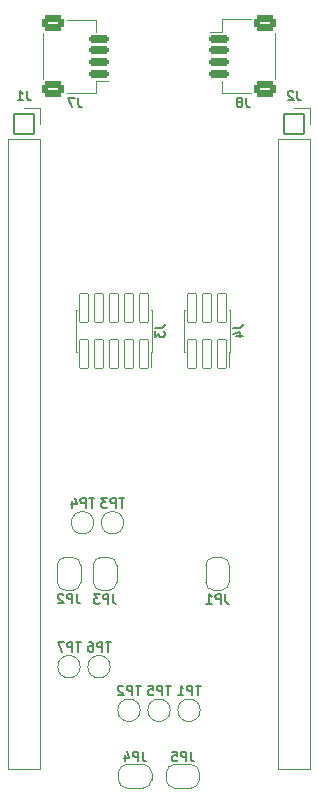
<source format=gbo>
G04 #@! TF.GenerationSoftware,KiCad,Pcbnew,8.99.0-1829-g5db4d10c86*
G04 #@! TF.CreationDate,2024-08-04T21:37:52+02:00*
G04 #@! TF.ProjectId,fiit-esp32-kit-pcb,66696974-2d65-4737-9033-322d6b69742d,0.1*
G04 #@! TF.SameCoordinates,Original*
G04 #@! TF.FileFunction,Legend,Bot*
G04 #@! TF.FilePolarity,Positive*
%FSLAX46Y46*%
G04 Gerber Fmt 4.6, Leading zero omitted, Abs format (unit mm)*
G04 Created by KiCad (PCBNEW 8.99.0-1829-g5db4d10c86) date 2024-08-04 21:37:52*
%MOMM*%
%LPD*%
G01*
G04 APERTURE LIST*
G04 Aperture macros list*
%AMRoundRect*
0 Rectangle with rounded corners*
0 $1 Rounding radius*
0 $2 $3 $4 $5 $6 $7 $8 $9 X,Y pos of 4 corners*
0 Add a 4 corners polygon primitive as box body*
4,1,4,$2,$3,$4,$5,$6,$7,$8,$9,$2,$3,0*
0 Add four circle primitives for the rounded corners*
1,1,$1+$1,$2,$3*
1,1,$1+$1,$4,$5*
1,1,$1+$1,$6,$7*
1,1,$1+$1,$8,$9*
0 Add four rect primitives between the rounded corners*
20,1,$1+$1,$2,$3,$4,$5,0*
20,1,$1+$1,$4,$5,$6,$7,0*
20,1,$1+$1,$6,$7,$8,$9,0*
20,1,$1+$1,$8,$9,$2,$3,0*%
%AMFreePoly0*
4,1,35,0.535355,0.785355,0.550000,0.750000,0.550000,-0.750000,0.535355,-0.785355,0.500000,-0.800000,0.000000,-0.800000,-0.012286,-0.794911,-0.071157,-0.794911,-0.085244,-0.792886,-0.221795,-0.752791,-0.234740,-0.746879,-0.354462,-0.669938,-0.365217,-0.660618,-0.458414,-0.553063,-0.466109,-0.541091,-0.525228,-0.411637,-0.529237,-0.397982,-0.549491,-0.257116,-0.550000,-0.250000,-0.550000,0.250000,
-0.549491,0.257116,-0.529237,0.397982,-0.525228,0.411637,-0.466109,0.541091,-0.458414,0.553063,-0.365217,0.660618,-0.354462,0.669938,-0.234740,0.746879,-0.221795,0.752791,-0.085244,0.792886,-0.071157,0.794911,-0.012286,0.794911,0.000000,0.800000,0.500000,0.800000,0.535355,0.785355,0.535355,0.785355,$1*%
%AMFreePoly1*
4,1,35,0.012286,0.794911,0.071157,0.794911,0.085244,0.792886,0.221795,0.752791,0.234740,0.746879,0.354462,0.669938,0.365217,0.660618,0.458414,0.553063,0.466109,0.541091,0.525228,0.411637,0.529237,0.397982,0.549491,0.257116,0.550000,0.250000,0.550000,-0.250000,0.549491,-0.257116,0.529237,-0.397982,0.525228,-0.411637,0.466109,-0.541091,0.458414,-0.553063,0.365217,-0.660618,
0.354462,-0.669938,0.234740,-0.746879,0.221795,-0.752791,0.085244,-0.792886,0.071157,-0.794911,0.012286,-0.794911,0.000000,-0.800000,-0.500000,-0.800000,-0.535355,-0.785355,-0.550000,-0.750000,-0.550000,0.750000,-0.535355,0.785355,-0.500000,0.800000,0.000000,0.800000,0.012286,0.794911,0.012286,0.794911,$1*%
G04 Aperture macros list end*
%ADD10C,0.150000*%
%ADD11C,0.120000*%
%ADD12C,0.750000*%
%ADD13O,1.100000X2.200000*%
%ADD14O,1.100000X1.900000*%
%ADD15RoundRect,0.050000X0.850000X0.850000X-0.850000X0.850000X-0.850000X-0.850000X0.850000X-0.850000X0*%
%ADD16O,1.800000X1.800000*%
%ADD17FreePoly0,270.000000*%
%ADD18FreePoly1,270.000000*%
%ADD19FreePoly0,180.000000*%
%ADD20FreePoly1,180.000000*%
%ADD21RoundRect,0.050000X0.370000X-1.200000X0.370000X1.200000X-0.370000X1.200000X-0.370000X-1.200000X0*%
%ADD22RoundRect,0.175000X-0.650000X0.175000X-0.650000X-0.175000X0.650000X-0.175000X0.650000X0.175000X0*%
%ADD23RoundRect,0.270833X-0.679167X0.379167X-0.679167X-0.379167X0.679167X-0.379167X0.679167X0.379167X0*%
%ADD24RoundRect,0.175000X0.650000X-0.175000X0.650000X0.175000X-0.650000X0.175000X-0.650000X-0.175000X0*%
%ADD25RoundRect,0.270833X0.679167X-0.379167X0.679167X0.379167X-0.679167X0.379167X-0.679167X-0.379167X0*%
%ADD26C,1.600000*%
%ADD27FreePoly0,0.000000*%
%ADD28FreePoly1,0.000000*%
G04 APERTURE END LIST*
D10*
X219396666Y-55542295D02*
X219396666Y-56113723D01*
X219396666Y-56113723D02*
X219434761Y-56228009D01*
X219434761Y-56228009D02*
X219510952Y-56304200D01*
X219510952Y-56304200D02*
X219625237Y-56342295D01*
X219625237Y-56342295D02*
X219701428Y-56342295D01*
X219053809Y-55618485D02*
X219015713Y-55580390D01*
X219015713Y-55580390D02*
X218939523Y-55542295D01*
X218939523Y-55542295D02*
X218749047Y-55542295D01*
X218749047Y-55542295D02*
X218672856Y-55580390D01*
X218672856Y-55580390D02*
X218634761Y-55618485D01*
X218634761Y-55618485D02*
X218596666Y-55694676D01*
X218596666Y-55694676D02*
X218596666Y-55770866D01*
X218596666Y-55770866D02*
X218634761Y-55885152D01*
X218634761Y-55885152D02*
X219091904Y-56342295D01*
X219091904Y-56342295D02*
X218596666Y-56342295D01*
X200746666Y-98116295D02*
X200746666Y-98687723D01*
X200746666Y-98687723D02*
X200784761Y-98802009D01*
X200784761Y-98802009D02*
X200860952Y-98878200D01*
X200860952Y-98878200D02*
X200975237Y-98916295D01*
X200975237Y-98916295D02*
X201051428Y-98916295D01*
X200365713Y-98916295D02*
X200365713Y-98116295D01*
X200365713Y-98116295D02*
X200060951Y-98116295D01*
X200060951Y-98116295D02*
X199984761Y-98154390D01*
X199984761Y-98154390D02*
X199946666Y-98192485D01*
X199946666Y-98192485D02*
X199908570Y-98268676D01*
X199908570Y-98268676D02*
X199908570Y-98382961D01*
X199908570Y-98382961D02*
X199946666Y-98459152D01*
X199946666Y-98459152D02*
X199984761Y-98497247D01*
X199984761Y-98497247D02*
X200060951Y-98535342D01*
X200060951Y-98535342D02*
X200365713Y-98535342D01*
X199603809Y-98192485D02*
X199565713Y-98154390D01*
X199565713Y-98154390D02*
X199489523Y-98116295D01*
X199489523Y-98116295D02*
X199299047Y-98116295D01*
X199299047Y-98116295D02*
X199222856Y-98154390D01*
X199222856Y-98154390D02*
X199184761Y-98192485D01*
X199184761Y-98192485D02*
X199146666Y-98268676D01*
X199146666Y-98268676D02*
X199146666Y-98344866D01*
X199146666Y-98344866D02*
X199184761Y-98459152D01*
X199184761Y-98459152D02*
X199641904Y-98916295D01*
X199641904Y-98916295D02*
X199146666Y-98916295D01*
X210383666Y-111466295D02*
X210383666Y-112037723D01*
X210383666Y-112037723D02*
X210421761Y-112152009D01*
X210421761Y-112152009D02*
X210497952Y-112228200D01*
X210497952Y-112228200D02*
X210612237Y-112266295D01*
X210612237Y-112266295D02*
X210688428Y-112266295D01*
X210002713Y-112266295D02*
X210002713Y-111466295D01*
X210002713Y-111466295D02*
X209697951Y-111466295D01*
X209697951Y-111466295D02*
X209621761Y-111504390D01*
X209621761Y-111504390D02*
X209583666Y-111542485D01*
X209583666Y-111542485D02*
X209545570Y-111618676D01*
X209545570Y-111618676D02*
X209545570Y-111732961D01*
X209545570Y-111732961D02*
X209583666Y-111809152D01*
X209583666Y-111809152D02*
X209621761Y-111847247D01*
X209621761Y-111847247D02*
X209697951Y-111885342D01*
X209697951Y-111885342D02*
X210002713Y-111885342D01*
X208821761Y-111466295D02*
X209202713Y-111466295D01*
X209202713Y-111466295D02*
X209240809Y-111847247D01*
X209240809Y-111847247D02*
X209202713Y-111809152D01*
X209202713Y-111809152D02*
X209126523Y-111771057D01*
X209126523Y-111771057D02*
X208936047Y-111771057D01*
X208936047Y-111771057D02*
X208859856Y-111809152D01*
X208859856Y-111809152D02*
X208821761Y-111847247D01*
X208821761Y-111847247D02*
X208783666Y-111923438D01*
X208783666Y-111923438D02*
X208783666Y-112113914D01*
X208783666Y-112113914D02*
X208821761Y-112190104D01*
X208821761Y-112190104D02*
X208859856Y-112228200D01*
X208859856Y-112228200D02*
X208936047Y-112266295D01*
X208936047Y-112266295D02*
X209126523Y-112266295D01*
X209126523Y-112266295D02*
X209202713Y-112228200D01*
X209202713Y-112228200D02*
X209240809Y-112190104D01*
X213993295Y-75569333D02*
X214564723Y-75569333D01*
X214564723Y-75569333D02*
X214679009Y-75531238D01*
X214679009Y-75531238D02*
X214755200Y-75455047D01*
X214755200Y-75455047D02*
X214793295Y-75340762D01*
X214793295Y-75340762D02*
X214793295Y-75264571D01*
X214259961Y-76293143D02*
X214793295Y-76293143D01*
X213955200Y-76102667D02*
X214526628Y-75912190D01*
X214526628Y-75912190D02*
X214526628Y-76407429D01*
X215078666Y-56094295D02*
X215078666Y-56665723D01*
X215078666Y-56665723D02*
X215116761Y-56780009D01*
X215116761Y-56780009D02*
X215192952Y-56856200D01*
X215192952Y-56856200D02*
X215307237Y-56894295D01*
X215307237Y-56894295D02*
X215383428Y-56894295D01*
X214583428Y-56437152D02*
X214659618Y-56399057D01*
X214659618Y-56399057D02*
X214697713Y-56360961D01*
X214697713Y-56360961D02*
X214735809Y-56284771D01*
X214735809Y-56284771D02*
X214735809Y-56246676D01*
X214735809Y-56246676D02*
X214697713Y-56170485D01*
X214697713Y-56170485D02*
X214659618Y-56132390D01*
X214659618Y-56132390D02*
X214583428Y-56094295D01*
X214583428Y-56094295D02*
X214431047Y-56094295D01*
X214431047Y-56094295D02*
X214354856Y-56132390D01*
X214354856Y-56132390D02*
X214316761Y-56170485D01*
X214316761Y-56170485D02*
X214278666Y-56246676D01*
X214278666Y-56246676D02*
X214278666Y-56284771D01*
X214278666Y-56284771D02*
X214316761Y-56360961D01*
X214316761Y-56360961D02*
X214354856Y-56399057D01*
X214354856Y-56399057D02*
X214431047Y-56437152D01*
X214431047Y-56437152D02*
X214583428Y-56437152D01*
X214583428Y-56437152D02*
X214659618Y-56475247D01*
X214659618Y-56475247D02*
X214697713Y-56513342D01*
X214697713Y-56513342D02*
X214735809Y-56589533D01*
X214735809Y-56589533D02*
X214735809Y-56741914D01*
X214735809Y-56741914D02*
X214697713Y-56818104D01*
X214697713Y-56818104D02*
X214659618Y-56856200D01*
X214659618Y-56856200D02*
X214583428Y-56894295D01*
X214583428Y-56894295D02*
X214431047Y-56894295D01*
X214431047Y-56894295D02*
X214354856Y-56856200D01*
X214354856Y-56856200D02*
X214316761Y-56818104D01*
X214316761Y-56818104D02*
X214278666Y-56741914D01*
X214278666Y-56741914D02*
X214278666Y-56589533D01*
X214278666Y-56589533D02*
X214316761Y-56513342D01*
X214316761Y-56513342D02*
X214354856Y-56475247D01*
X214354856Y-56475247D02*
X214431047Y-56437152D01*
X200854666Y-56094295D02*
X200854666Y-56665723D01*
X200854666Y-56665723D02*
X200892761Y-56780009D01*
X200892761Y-56780009D02*
X200968952Y-56856200D01*
X200968952Y-56856200D02*
X201083237Y-56894295D01*
X201083237Y-56894295D02*
X201159428Y-56894295D01*
X200549904Y-56094295D02*
X200016570Y-56094295D01*
X200016570Y-56094295D02*
X200359428Y-56894295D01*
X213319666Y-98131295D02*
X213319666Y-98702723D01*
X213319666Y-98702723D02*
X213357761Y-98817009D01*
X213357761Y-98817009D02*
X213433952Y-98893200D01*
X213433952Y-98893200D02*
X213548237Y-98931295D01*
X213548237Y-98931295D02*
X213624428Y-98931295D01*
X212938713Y-98931295D02*
X212938713Y-98131295D01*
X212938713Y-98131295D02*
X212633951Y-98131295D01*
X212633951Y-98131295D02*
X212557761Y-98169390D01*
X212557761Y-98169390D02*
X212519666Y-98207485D01*
X212519666Y-98207485D02*
X212481570Y-98283676D01*
X212481570Y-98283676D02*
X212481570Y-98397961D01*
X212481570Y-98397961D02*
X212519666Y-98474152D01*
X212519666Y-98474152D02*
X212557761Y-98512247D01*
X212557761Y-98512247D02*
X212633951Y-98550342D01*
X212633951Y-98550342D02*
X212938713Y-98550342D01*
X211719666Y-98931295D02*
X212176809Y-98931295D01*
X211948237Y-98931295D02*
X211948237Y-98131295D01*
X211948237Y-98131295D02*
X212024428Y-98245580D01*
X212024428Y-98245580D02*
X212100618Y-98321771D01*
X212100618Y-98321771D02*
X212176809Y-98359866D01*
X203794666Y-98131295D02*
X203794666Y-98702723D01*
X203794666Y-98702723D02*
X203832761Y-98817009D01*
X203832761Y-98817009D02*
X203908952Y-98893200D01*
X203908952Y-98893200D02*
X204023237Y-98931295D01*
X204023237Y-98931295D02*
X204099428Y-98931295D01*
X203413713Y-98931295D02*
X203413713Y-98131295D01*
X203413713Y-98131295D02*
X203108951Y-98131295D01*
X203108951Y-98131295D02*
X203032761Y-98169390D01*
X203032761Y-98169390D02*
X202994666Y-98207485D01*
X202994666Y-98207485D02*
X202956570Y-98283676D01*
X202956570Y-98283676D02*
X202956570Y-98397961D01*
X202956570Y-98397961D02*
X202994666Y-98474152D01*
X202994666Y-98474152D02*
X203032761Y-98512247D01*
X203032761Y-98512247D02*
X203108951Y-98550342D01*
X203108951Y-98550342D02*
X203413713Y-98550342D01*
X202689904Y-98131295D02*
X202194666Y-98131295D01*
X202194666Y-98131295D02*
X202461332Y-98436057D01*
X202461332Y-98436057D02*
X202347047Y-98436057D01*
X202347047Y-98436057D02*
X202270856Y-98474152D01*
X202270856Y-98474152D02*
X202232761Y-98512247D01*
X202232761Y-98512247D02*
X202194666Y-98588438D01*
X202194666Y-98588438D02*
X202194666Y-98778914D01*
X202194666Y-98778914D02*
X202232761Y-98855104D01*
X202232761Y-98855104D02*
X202270856Y-98893200D01*
X202270856Y-98893200D02*
X202347047Y-98931295D01*
X202347047Y-98931295D02*
X202575618Y-98931295D01*
X202575618Y-98931295D02*
X202651809Y-98893200D01*
X202651809Y-98893200D02*
X202689904Y-98855104D01*
X202232523Y-90006295D02*
X201775380Y-90006295D01*
X202003952Y-90806295D02*
X202003952Y-90006295D01*
X201508713Y-90806295D02*
X201508713Y-90006295D01*
X201508713Y-90006295D02*
X201203951Y-90006295D01*
X201203951Y-90006295D02*
X201127761Y-90044390D01*
X201127761Y-90044390D02*
X201089666Y-90082485D01*
X201089666Y-90082485D02*
X201051570Y-90158676D01*
X201051570Y-90158676D02*
X201051570Y-90272961D01*
X201051570Y-90272961D02*
X201089666Y-90349152D01*
X201089666Y-90349152D02*
X201127761Y-90387247D01*
X201127761Y-90387247D02*
X201203951Y-90425342D01*
X201203951Y-90425342D02*
X201508713Y-90425342D01*
X200365856Y-90272961D02*
X200365856Y-90806295D01*
X200556332Y-89968200D02*
X200746809Y-90539628D01*
X200746809Y-90539628D02*
X200251570Y-90539628D01*
X207389295Y-75569333D02*
X207960723Y-75569333D01*
X207960723Y-75569333D02*
X208075009Y-75531238D01*
X208075009Y-75531238D02*
X208151200Y-75455047D01*
X208151200Y-75455047D02*
X208189295Y-75340762D01*
X208189295Y-75340762D02*
X208189295Y-75264571D01*
X207389295Y-75874095D02*
X207389295Y-76369333D01*
X207389295Y-76369333D02*
X207694057Y-76102667D01*
X207694057Y-76102667D02*
X207694057Y-76216952D01*
X207694057Y-76216952D02*
X207732152Y-76293143D01*
X207732152Y-76293143D02*
X207770247Y-76331238D01*
X207770247Y-76331238D02*
X207846438Y-76369333D01*
X207846438Y-76369333D02*
X208036914Y-76369333D01*
X208036914Y-76369333D02*
X208113104Y-76331238D01*
X208113104Y-76331238D02*
X208151200Y-76293143D01*
X208151200Y-76293143D02*
X208189295Y-76216952D01*
X208189295Y-76216952D02*
X208189295Y-75988381D01*
X208189295Y-75988381D02*
X208151200Y-75912190D01*
X208151200Y-75912190D02*
X208113104Y-75874095D01*
X206334666Y-111466295D02*
X206334666Y-112037723D01*
X206334666Y-112037723D02*
X206372761Y-112152009D01*
X206372761Y-112152009D02*
X206448952Y-112228200D01*
X206448952Y-112228200D02*
X206563237Y-112266295D01*
X206563237Y-112266295D02*
X206639428Y-112266295D01*
X205953713Y-112266295D02*
X205953713Y-111466295D01*
X205953713Y-111466295D02*
X205648951Y-111466295D01*
X205648951Y-111466295D02*
X205572761Y-111504390D01*
X205572761Y-111504390D02*
X205534666Y-111542485D01*
X205534666Y-111542485D02*
X205496570Y-111618676D01*
X205496570Y-111618676D02*
X205496570Y-111732961D01*
X205496570Y-111732961D02*
X205534666Y-111809152D01*
X205534666Y-111809152D02*
X205572761Y-111847247D01*
X205572761Y-111847247D02*
X205648951Y-111885342D01*
X205648951Y-111885342D02*
X205953713Y-111885342D01*
X204810856Y-111732961D02*
X204810856Y-112266295D01*
X205001332Y-111428200D02*
X205191809Y-111999628D01*
X205191809Y-111999628D02*
X204696570Y-111999628D01*
X206169523Y-105881295D02*
X205712380Y-105881295D01*
X205940952Y-106681295D02*
X205940952Y-105881295D01*
X205445713Y-106681295D02*
X205445713Y-105881295D01*
X205445713Y-105881295D02*
X205140951Y-105881295D01*
X205140951Y-105881295D02*
X205064761Y-105919390D01*
X205064761Y-105919390D02*
X205026666Y-105957485D01*
X205026666Y-105957485D02*
X204988570Y-106033676D01*
X204988570Y-106033676D02*
X204988570Y-106147961D01*
X204988570Y-106147961D02*
X205026666Y-106224152D01*
X205026666Y-106224152D02*
X205064761Y-106262247D01*
X205064761Y-106262247D02*
X205140951Y-106300342D01*
X205140951Y-106300342D02*
X205445713Y-106300342D01*
X204683809Y-105957485D02*
X204645713Y-105919390D01*
X204645713Y-105919390D02*
X204569523Y-105881295D01*
X204569523Y-105881295D02*
X204379047Y-105881295D01*
X204379047Y-105881295D02*
X204302856Y-105919390D01*
X204302856Y-105919390D02*
X204264761Y-105957485D01*
X204264761Y-105957485D02*
X204226666Y-106033676D01*
X204226666Y-106033676D02*
X204226666Y-106109866D01*
X204226666Y-106109866D02*
X204264761Y-106224152D01*
X204264761Y-106224152D02*
X204721904Y-106681295D01*
X204721904Y-106681295D02*
X204226666Y-106681295D01*
X201089523Y-102198295D02*
X200632380Y-102198295D01*
X200860952Y-102998295D02*
X200860952Y-102198295D01*
X200365713Y-102998295D02*
X200365713Y-102198295D01*
X200365713Y-102198295D02*
X200060951Y-102198295D01*
X200060951Y-102198295D02*
X199984761Y-102236390D01*
X199984761Y-102236390D02*
X199946666Y-102274485D01*
X199946666Y-102274485D02*
X199908570Y-102350676D01*
X199908570Y-102350676D02*
X199908570Y-102464961D01*
X199908570Y-102464961D02*
X199946666Y-102541152D01*
X199946666Y-102541152D02*
X199984761Y-102579247D01*
X199984761Y-102579247D02*
X200060951Y-102617342D01*
X200060951Y-102617342D02*
X200365713Y-102617342D01*
X199641904Y-102198295D02*
X199108570Y-102198295D01*
X199108570Y-102198295D02*
X199451428Y-102998295D01*
X196536666Y-55542295D02*
X196536666Y-56113723D01*
X196536666Y-56113723D02*
X196574761Y-56228009D01*
X196574761Y-56228009D02*
X196650952Y-56304200D01*
X196650952Y-56304200D02*
X196765237Y-56342295D01*
X196765237Y-56342295D02*
X196841428Y-56342295D01*
X195736666Y-56342295D02*
X196193809Y-56342295D01*
X195965237Y-56342295D02*
X195965237Y-55542295D01*
X195965237Y-55542295D02*
X196041428Y-55656580D01*
X196041428Y-55656580D02*
X196117618Y-55732771D01*
X196117618Y-55732771D02*
X196193809Y-55770866D01*
X204772523Y-90006295D02*
X204315380Y-90006295D01*
X204543952Y-90806295D02*
X204543952Y-90006295D01*
X204048713Y-90806295D02*
X204048713Y-90006295D01*
X204048713Y-90006295D02*
X203743951Y-90006295D01*
X203743951Y-90006295D02*
X203667761Y-90044390D01*
X203667761Y-90044390D02*
X203629666Y-90082485D01*
X203629666Y-90082485D02*
X203591570Y-90158676D01*
X203591570Y-90158676D02*
X203591570Y-90272961D01*
X203591570Y-90272961D02*
X203629666Y-90349152D01*
X203629666Y-90349152D02*
X203667761Y-90387247D01*
X203667761Y-90387247D02*
X203743951Y-90425342D01*
X203743951Y-90425342D02*
X204048713Y-90425342D01*
X203324904Y-90006295D02*
X202829666Y-90006295D01*
X202829666Y-90006295D02*
X203096332Y-90311057D01*
X203096332Y-90311057D02*
X202982047Y-90311057D01*
X202982047Y-90311057D02*
X202905856Y-90349152D01*
X202905856Y-90349152D02*
X202867761Y-90387247D01*
X202867761Y-90387247D02*
X202829666Y-90463438D01*
X202829666Y-90463438D02*
X202829666Y-90653914D01*
X202829666Y-90653914D02*
X202867761Y-90730104D01*
X202867761Y-90730104D02*
X202905856Y-90768200D01*
X202905856Y-90768200D02*
X202982047Y-90806295D01*
X202982047Y-90806295D02*
X203210618Y-90806295D01*
X203210618Y-90806295D02*
X203286809Y-90768200D01*
X203286809Y-90768200D02*
X203324904Y-90730104D01*
X211249523Y-105881295D02*
X210792380Y-105881295D01*
X211020952Y-106681295D02*
X211020952Y-105881295D01*
X210525713Y-106681295D02*
X210525713Y-105881295D01*
X210525713Y-105881295D02*
X210220951Y-105881295D01*
X210220951Y-105881295D02*
X210144761Y-105919390D01*
X210144761Y-105919390D02*
X210106666Y-105957485D01*
X210106666Y-105957485D02*
X210068570Y-106033676D01*
X210068570Y-106033676D02*
X210068570Y-106147961D01*
X210068570Y-106147961D02*
X210106666Y-106224152D01*
X210106666Y-106224152D02*
X210144761Y-106262247D01*
X210144761Y-106262247D02*
X210220951Y-106300342D01*
X210220951Y-106300342D02*
X210525713Y-106300342D01*
X209306666Y-106681295D02*
X209763809Y-106681295D01*
X209535237Y-106681295D02*
X209535237Y-105881295D01*
X209535237Y-105881295D02*
X209611428Y-105995580D01*
X209611428Y-105995580D02*
X209687618Y-106071771D01*
X209687618Y-106071771D02*
X209763809Y-106109866D01*
X203629523Y-102198295D02*
X203172380Y-102198295D01*
X203400952Y-102998295D02*
X203400952Y-102198295D01*
X202905713Y-102998295D02*
X202905713Y-102198295D01*
X202905713Y-102198295D02*
X202600951Y-102198295D01*
X202600951Y-102198295D02*
X202524761Y-102236390D01*
X202524761Y-102236390D02*
X202486666Y-102274485D01*
X202486666Y-102274485D02*
X202448570Y-102350676D01*
X202448570Y-102350676D02*
X202448570Y-102464961D01*
X202448570Y-102464961D02*
X202486666Y-102541152D01*
X202486666Y-102541152D02*
X202524761Y-102579247D01*
X202524761Y-102579247D02*
X202600951Y-102617342D01*
X202600951Y-102617342D02*
X202905713Y-102617342D01*
X201762856Y-102198295D02*
X201915237Y-102198295D01*
X201915237Y-102198295D02*
X201991428Y-102236390D01*
X201991428Y-102236390D02*
X202029523Y-102274485D01*
X202029523Y-102274485D02*
X202105713Y-102388771D01*
X202105713Y-102388771D02*
X202143809Y-102541152D01*
X202143809Y-102541152D02*
X202143809Y-102845914D01*
X202143809Y-102845914D02*
X202105713Y-102922104D01*
X202105713Y-102922104D02*
X202067618Y-102960200D01*
X202067618Y-102960200D02*
X201991428Y-102998295D01*
X201991428Y-102998295D02*
X201839047Y-102998295D01*
X201839047Y-102998295D02*
X201762856Y-102960200D01*
X201762856Y-102960200D02*
X201724761Y-102922104D01*
X201724761Y-102922104D02*
X201686666Y-102845914D01*
X201686666Y-102845914D02*
X201686666Y-102655438D01*
X201686666Y-102655438D02*
X201724761Y-102579247D01*
X201724761Y-102579247D02*
X201762856Y-102541152D01*
X201762856Y-102541152D02*
X201839047Y-102503057D01*
X201839047Y-102503057D02*
X201991428Y-102503057D01*
X201991428Y-102503057D02*
X202067618Y-102541152D01*
X202067618Y-102541152D02*
X202105713Y-102579247D01*
X202105713Y-102579247D02*
X202143809Y-102655438D01*
X208709523Y-105881295D02*
X208252380Y-105881295D01*
X208480952Y-106681295D02*
X208480952Y-105881295D01*
X207985713Y-106681295D02*
X207985713Y-105881295D01*
X207985713Y-105881295D02*
X207680951Y-105881295D01*
X207680951Y-105881295D02*
X207604761Y-105919390D01*
X207604761Y-105919390D02*
X207566666Y-105957485D01*
X207566666Y-105957485D02*
X207528570Y-106033676D01*
X207528570Y-106033676D02*
X207528570Y-106147961D01*
X207528570Y-106147961D02*
X207566666Y-106224152D01*
X207566666Y-106224152D02*
X207604761Y-106262247D01*
X207604761Y-106262247D02*
X207680951Y-106300342D01*
X207680951Y-106300342D02*
X207985713Y-106300342D01*
X206804761Y-105881295D02*
X207185713Y-105881295D01*
X207185713Y-105881295D02*
X207223809Y-106262247D01*
X207223809Y-106262247D02*
X207185713Y-106224152D01*
X207185713Y-106224152D02*
X207109523Y-106186057D01*
X207109523Y-106186057D02*
X206919047Y-106186057D01*
X206919047Y-106186057D02*
X206842856Y-106224152D01*
X206842856Y-106224152D02*
X206804761Y-106262247D01*
X206804761Y-106262247D02*
X206766666Y-106338438D01*
X206766666Y-106338438D02*
X206766666Y-106528914D01*
X206766666Y-106528914D02*
X206804761Y-106605104D01*
X206804761Y-106605104D02*
X206842856Y-106643200D01*
X206842856Y-106643200D02*
X206919047Y-106681295D01*
X206919047Y-106681295D02*
X207109523Y-106681295D01*
X207109523Y-106681295D02*
X207185713Y-106643200D01*
X207185713Y-106643200D02*
X207223809Y-106605104D01*
D11*
X217800000Y-59580000D02*
X220460000Y-59580000D01*
X217800000Y-112980000D02*
X217800000Y-59580000D01*
X217800000Y-112980000D02*
X220460000Y-112980000D01*
X219130000Y-56980000D02*
X220460000Y-56980000D01*
X220460000Y-56980000D02*
X220460000Y-58310000D01*
X220460000Y-112980000D02*
X220460000Y-59580000D01*
X199080000Y-97110000D02*
X199080000Y-95710000D01*
X199780000Y-95010000D02*
X200380000Y-95010000D01*
X200380000Y-97810000D02*
X199780000Y-97810000D01*
X201080000Y-95710000D02*
X201080000Y-97110000D01*
X199080000Y-95710000D02*
G75*
G02*
X199780000Y-95010000I699999J1D01*
G01*
X199780000Y-97810000D02*
G75*
G02*
X199080000Y-97110000I0J700000D01*
G01*
X200380000Y-95010000D02*
G75*
G02*
X201080000Y-95710000I1J-699999D01*
G01*
X201080000Y-97110000D02*
G75*
G02*
X200380000Y-97810000I-700000J0D01*
G01*
X208317000Y-113855000D02*
X208317000Y-113255000D01*
X209017000Y-112555000D02*
X210417000Y-112555000D01*
X210417000Y-114555000D02*
X209017000Y-114555000D01*
X211117000Y-113255000D02*
X211117000Y-113855000D01*
X208317000Y-113255000D02*
G75*
G02*
X209017000Y-112555000I700000J0D01*
G01*
X209017000Y-114555000D02*
G75*
G02*
X208317000Y-113855000I0J700000D01*
G01*
X210417000Y-112555000D02*
G75*
G02*
X211117000Y-113255000I1J-699999D01*
G01*
X211117000Y-113855000D02*
G75*
G02*
X210417000Y-114555000I-699999J-1D01*
G01*
X209799000Y-74071000D02*
X209799000Y-77601000D01*
X209799000Y-74071000D02*
X209864000Y-74071000D01*
X209799000Y-77601000D02*
X209864000Y-77601000D01*
X213664000Y-74071000D02*
X213729000Y-74071000D01*
X213664000Y-77601000D02*
X213664000Y-78926000D01*
X213664000Y-77601000D02*
X213729000Y-77601000D01*
X213729000Y-74071000D02*
X213729000Y-77601000D01*
X212037000Y-50535000D02*
X213027000Y-50535000D01*
X213027000Y-49485000D02*
X215527000Y-49485000D01*
X213027000Y-50535000D02*
X213027000Y-49485000D01*
X213027000Y-54655000D02*
X213027000Y-55705000D01*
X213027000Y-55705000D02*
X215527000Y-55705000D01*
X217497000Y-54535000D02*
X217497000Y-50655000D01*
X197903000Y-50656400D02*
X197903000Y-54536400D01*
X202373000Y-49486400D02*
X199873000Y-49486400D01*
X202373000Y-50536400D02*
X202373000Y-49486400D01*
X202373000Y-54656400D02*
X202373000Y-55706400D01*
X202373000Y-55706400D02*
X199873000Y-55706400D01*
X203363000Y-54656400D02*
X202373000Y-54656400D01*
X211653000Y-97110000D02*
X211653000Y-95710000D01*
X212353000Y-95010000D02*
X212953000Y-95010000D01*
X212953000Y-97810000D02*
X212353000Y-97810000D01*
X213653000Y-95710000D02*
X213653000Y-97110000D01*
X211653000Y-95710000D02*
G75*
G02*
X212353000Y-95010000I699999J1D01*
G01*
X212353000Y-97810000D02*
G75*
G02*
X211653000Y-97110000I0J700000D01*
G01*
X212953000Y-95010000D02*
G75*
G02*
X213653000Y-95710000I1J-699999D01*
G01*
X213653000Y-97110000D02*
G75*
G02*
X212953000Y-97810000I-700000J0D01*
G01*
X202128000Y-97110000D02*
X202128000Y-95710000D01*
X202828000Y-95010000D02*
X203428000Y-95010000D01*
X203428000Y-97810000D02*
X202828000Y-97810000D01*
X204128000Y-95710000D02*
X204128000Y-97110000D01*
X202128000Y-95710000D02*
G75*
G02*
X202828000Y-95010000I699999J1D01*
G01*
X202828000Y-97810000D02*
G75*
G02*
X202128000Y-97110000I0J700000D01*
G01*
X203428000Y-95010000D02*
G75*
G02*
X204128000Y-95710000I1J-699999D01*
G01*
X204128000Y-97110000D02*
G75*
G02*
X203428000Y-97810000I-700000J0D01*
G01*
X202173000Y-92092000D02*
G75*
G02*
X200273000Y-92092000I-950000J0D01*
G01*
X200273000Y-92092000D02*
G75*
G02*
X202173000Y-92092000I950000J0D01*
G01*
X200655000Y-74071000D02*
X200655000Y-77601000D01*
X200655000Y-74071000D02*
X200720000Y-74071000D01*
X200655000Y-77601000D02*
X200720000Y-77601000D01*
X207060000Y-74071000D02*
X207125000Y-74071000D01*
X207060000Y-77601000D02*
X207060000Y-78926000D01*
X207060000Y-77601000D02*
X207125000Y-77601000D01*
X207125000Y-74071000D02*
X207125000Y-77601000D01*
X204268000Y-113855000D02*
X204268000Y-113255000D01*
X204968000Y-112555000D02*
X206368000Y-112555000D01*
X206368000Y-114555000D02*
X204968000Y-114555000D01*
X207068000Y-113255000D02*
X207068000Y-113855000D01*
X204268000Y-113255000D02*
G75*
G02*
X204968000Y-112555000I699999J1D01*
G01*
X204968000Y-114555000D02*
G75*
G02*
X204268000Y-113855000I-1J699999D01*
G01*
X206368000Y-112555000D02*
G75*
G02*
X207068000Y-113255000I0J-700000D01*
G01*
X207068000Y-113855000D02*
G75*
G02*
X206368000Y-114555000I-700000J0D01*
G01*
X206110000Y-107967000D02*
G75*
G02*
X204210000Y-107967000I-950000J0D01*
G01*
X204210000Y-107967000D02*
G75*
G02*
X206110000Y-107967000I950000J0D01*
G01*
X201030000Y-104284000D02*
G75*
G02*
X199130000Y-104284000I-950000J0D01*
G01*
X199130000Y-104284000D02*
G75*
G02*
X201030000Y-104284000I950000J0D01*
G01*
X194940000Y-59580000D02*
X197600000Y-59580000D01*
X194940000Y-112980000D02*
X194940000Y-59580000D01*
X194940000Y-112980000D02*
X197600000Y-112980000D01*
X196270000Y-56980000D02*
X197600000Y-56980000D01*
X197600000Y-56980000D02*
X197600000Y-58310000D01*
X197600000Y-112980000D02*
X197600000Y-59580000D01*
X204713000Y-92092000D02*
G75*
G02*
X202813000Y-92092000I-950000J0D01*
G01*
X202813000Y-92092000D02*
G75*
G02*
X204713000Y-92092000I950000J0D01*
G01*
X211190000Y-107967000D02*
G75*
G02*
X209290000Y-107967000I-950000J0D01*
G01*
X209290000Y-107967000D02*
G75*
G02*
X211190000Y-107967000I950000J0D01*
G01*
X203570000Y-104284000D02*
G75*
G02*
X201670000Y-104284000I-950000J0D01*
G01*
X201670000Y-104284000D02*
G75*
G02*
X203570000Y-104284000I950000J0D01*
G01*
X208650000Y-107967000D02*
G75*
G02*
X206750000Y-107967000I-950000J0D01*
G01*
X206750000Y-107967000D02*
G75*
G02*
X208650000Y-107967000I950000J0D01*
G01*
%LPC*%
D12*
X197825000Y-117935000D03*
X203605000Y-117935000D03*
D13*
X196395000Y-117415000D03*
D14*
X196395000Y-121615000D03*
D13*
X205035000Y-117415000D03*
D14*
X205035000Y-121615000D03*
D12*
X211795000Y-117935000D03*
X217575000Y-117935000D03*
D13*
X210365000Y-117415000D03*
D14*
X210365000Y-121615000D03*
D13*
X219005000Y-117415000D03*
D14*
X219005000Y-121615000D03*
D15*
X219130000Y-58310000D03*
D16*
X219130000Y-60850000D03*
X219130000Y-63390000D03*
X219130000Y-65930000D03*
X219130000Y-68470000D03*
X219130000Y-71010000D03*
X219130000Y-73550000D03*
X219130000Y-76090000D03*
X219130000Y-78630000D03*
X219130000Y-81170000D03*
X219130000Y-83710000D03*
X219130000Y-86250000D03*
X219130000Y-88790000D03*
X219130000Y-91330000D03*
X219130000Y-93870000D03*
X219130000Y-96410000D03*
X219130000Y-98950000D03*
X219130000Y-101490000D03*
X219130000Y-104030000D03*
X219130000Y-106570000D03*
X219130000Y-109110000D03*
X219130000Y-111650000D03*
D17*
X200080000Y-95760000D03*
D18*
X200080000Y-97060000D03*
D19*
X210367000Y-113555000D03*
D20*
X209067000Y-113555000D03*
D21*
X213034000Y-77786000D03*
X213034000Y-73886000D03*
X211764000Y-77786000D03*
X211764000Y-73886000D03*
X210494000Y-77786000D03*
X210494000Y-73886000D03*
D22*
X212812000Y-51095000D03*
X212812000Y-52095000D03*
X212812000Y-53095000D03*
X212812000Y-54095000D03*
D23*
X216687000Y-49795000D03*
X216687000Y-55395000D03*
D24*
X202588000Y-54096400D03*
X202588000Y-53096400D03*
X202588000Y-52096400D03*
X202588000Y-51096400D03*
D25*
X198713000Y-55396400D03*
X198713000Y-49796400D03*
D17*
X212653000Y-95760000D03*
D18*
X212653000Y-97060000D03*
D17*
X203128000Y-95760000D03*
D18*
X203128000Y-97060000D03*
D26*
X201223000Y-92092000D03*
D21*
X206430000Y-77786000D03*
X206430000Y-73886000D03*
X205160000Y-77786000D03*
X205160000Y-73886000D03*
X203890000Y-77786000D03*
X203890000Y-73886000D03*
X202620000Y-77786000D03*
X202620000Y-73886000D03*
X201350000Y-77786000D03*
X201350000Y-73886000D03*
D27*
X205018000Y-113555000D03*
D28*
X206318000Y-113555000D03*
D26*
X205160000Y-107967000D03*
X200080000Y-104284000D03*
D15*
X196270000Y-58310000D03*
D16*
X196270000Y-60850000D03*
X196270000Y-63390000D03*
X196270000Y-65930000D03*
X196270000Y-68470000D03*
X196270000Y-71010000D03*
X196270000Y-73550000D03*
X196270000Y-76090000D03*
X196270000Y-78630000D03*
X196270000Y-81170000D03*
X196270000Y-83710000D03*
X196270000Y-86250000D03*
X196270000Y-88790000D03*
X196270000Y-91330000D03*
X196270000Y-93870000D03*
X196270000Y-96410000D03*
X196270000Y-98950000D03*
X196270000Y-101490000D03*
X196270000Y-104030000D03*
X196270000Y-106570000D03*
X196270000Y-109110000D03*
X196270000Y-111650000D03*
D26*
X203763000Y-92092000D03*
X210240000Y-107967000D03*
X202620000Y-104284000D03*
X207700000Y-107967000D03*
%LPD*%
M02*

</source>
